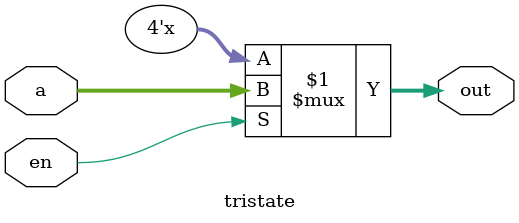
<source format=sv>
module tristate(
                input logic [3:0] a,
                input logic       en,
                output tri [3:0]  out
                );
   // When en=0, output floats (z)
   assign out = en ? a : 4'bz;

endmodule // tristate

</source>
